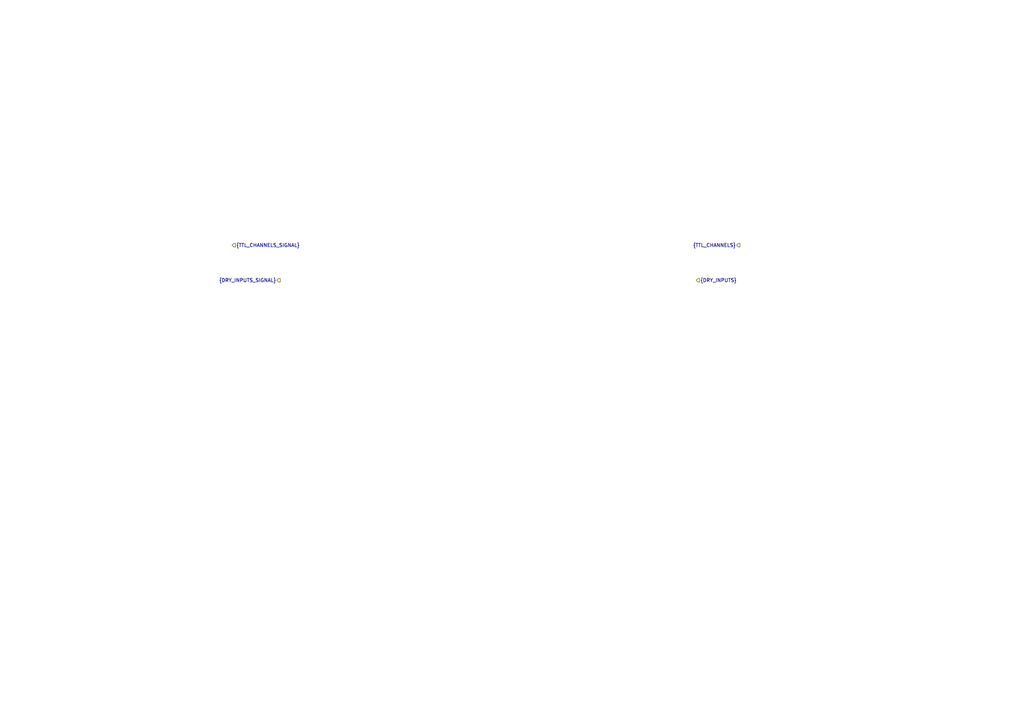
<source format=kicad_sch>
(kicad_sch
	(version 20250114)
	(generator "eeschema")
	(generator_version "9.0")
	(uuid "852f0dde-bd5f-4f7d-8724-401015df3d78")
	(paper "A4")
	(lib_symbols)
	(hierarchical_label "{TTL_CHANNELS}"
		(shape output)
		(at 214.63 71.12 180)
		(effects
			(font
				(size 1.016 1.016)
			)
			(justify right)
		)
		(uuid "19bac831-92ad-468a-8e15-0e0e0cc9d6bd")
	)
	(hierarchical_label "{TTL_CHANNELS_SIGNAL}"
		(shape input)
		(at 67.31 71.12 0)
		(effects
			(font
				(size 1.016 1.016)
			)
			(justify left)
		)
		(uuid "1ebc26ae-f20c-4f7a-9abc-d1c034afc3e7")
	)
	(hierarchical_label "{DRY_INPUTS_SIGNAL}"
		(shape output)
		(at 81.28 81.28 180)
		(effects
			(font
				(size 1.016 1.016)
			)
			(justify right)
		)
		(uuid "376b2f42-cae7-4cba-83f5-8a5394aa4da9")
	)
	(hierarchical_label "{DRY_INPUTS}"
		(shape input)
		(at 201.93 81.28 0)
		(effects
			(font
				(size 1.016 1.016)
			)
			(justify left)
		)
		(uuid "54e78754-f636-47f1-8ded-0d13ceaca43f")
	)
)

</source>
